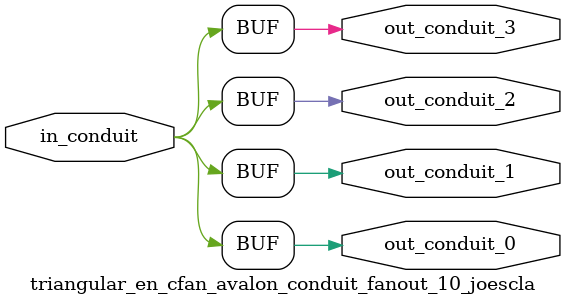
<source format=sv>


 


// --------------------------------------------------------------------------------
//| Avalon Conduit Fan-Out
// --------------------------------------------------------------------------------

// ------------------------------------------
// Generation parameters:
//   output_name:       triangular_en_cfan_avalon_conduit_fanout_10_joescla
//   numFanOut:         4
//   
// ------------------------------------------

module triangular_en_cfan_avalon_conduit_fanout_10_joescla (     

// Interface: out_conduit_0
 output                    out_conduit_0,
// Interface: out_conduit_1
 output                    out_conduit_1,
// Interface: out_conduit_2
 output                    out_conduit_2,
// Interface: out_conduit_3
 output                    out_conduit_3,

// Interface: in_conduit
 input                   in_conduit

);

   assign  out_conduit_0 = in_conduit;
   assign  out_conduit_1 = in_conduit;
   assign  out_conduit_2 = in_conduit;
   assign  out_conduit_3 = in_conduit;

endmodule //


</source>
